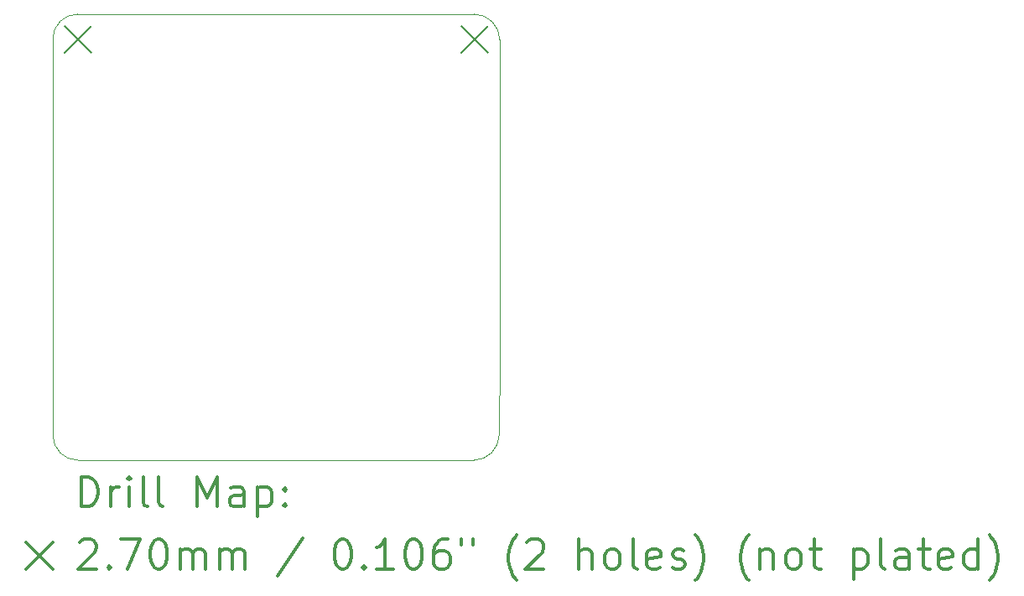
<source format=gbr>
%FSLAX45Y45*%
G04 Gerber Fmt 4.5, Leading zero omitted, Abs format (unit mm)*
G04 Created by KiCad (PCBNEW (5.1.8)-1) date 2022-05-07 10:28:56*
%MOMM*%
%LPD*%
G01*
G04 APERTURE LIST*
%TA.AperFunction,Profile*%
%ADD10C,0.050000*%
%TD*%
%ADD11C,0.200000*%
%ADD12C,0.300000*%
G04 APERTURE END LIST*
D10*
X17100296Y-10985500D02*
X17095216Y-11391900D01*
X17100296Y-7785100D02*
X17100804Y-8191500D01*
X17100804Y-8191500D02*
X17100296Y-10985500D01*
X17095216Y-11583416D02*
X17095216Y-11391900D01*
X17100296Y-7595616D02*
X17100296Y-7785100D01*
X12843256Y-11842496D02*
G75*
G02*
X12589256Y-11588496I0J254000D01*
G01*
X17095216Y-11583416D02*
G75*
G02*
X16836136Y-11842496I-259080J0D01*
G01*
X16841216Y-7336536D02*
G75*
G02*
X17100296Y-7595616I0J-259080D01*
G01*
X12589256Y-7585456D02*
G75*
G02*
X12838176Y-7336536I248920J0D01*
G01*
X12843256Y-11842496D02*
X16836136Y-11842496D01*
X12589256Y-7585456D02*
X12589256Y-11588496D01*
X16841216Y-7336536D02*
X12838176Y-7336536D01*
D11*
X16711296Y-7455536D02*
X16981296Y-7725536D01*
X16981296Y-7455536D02*
X16711296Y-7725536D01*
X12708256Y-7455536D02*
X12978256Y-7725536D01*
X12978256Y-7455536D02*
X12708256Y-7725536D01*
D12*
X12873184Y-12310710D02*
X12873184Y-12010710D01*
X12944613Y-12010710D01*
X12987470Y-12024996D01*
X13016042Y-12053567D01*
X13030327Y-12082139D01*
X13044613Y-12139282D01*
X13044613Y-12182139D01*
X13030327Y-12239282D01*
X13016042Y-12267853D01*
X12987470Y-12296425D01*
X12944613Y-12310710D01*
X12873184Y-12310710D01*
X13173184Y-12310710D02*
X13173184Y-12110710D01*
X13173184Y-12167853D02*
X13187470Y-12139282D01*
X13201756Y-12124996D01*
X13230327Y-12110710D01*
X13258899Y-12110710D01*
X13358899Y-12310710D02*
X13358899Y-12110710D01*
X13358899Y-12010710D02*
X13344613Y-12024996D01*
X13358899Y-12039282D01*
X13373184Y-12024996D01*
X13358899Y-12010710D01*
X13358899Y-12039282D01*
X13544613Y-12310710D02*
X13516042Y-12296425D01*
X13501756Y-12267853D01*
X13501756Y-12010710D01*
X13701756Y-12310710D02*
X13673184Y-12296425D01*
X13658899Y-12267853D01*
X13658899Y-12010710D01*
X14044613Y-12310710D02*
X14044613Y-12010710D01*
X14144613Y-12224996D01*
X14244613Y-12010710D01*
X14244613Y-12310710D01*
X14516042Y-12310710D02*
X14516042Y-12153567D01*
X14501756Y-12124996D01*
X14473184Y-12110710D01*
X14416042Y-12110710D01*
X14387470Y-12124996D01*
X14516042Y-12296425D02*
X14487470Y-12310710D01*
X14416042Y-12310710D01*
X14387470Y-12296425D01*
X14373184Y-12267853D01*
X14373184Y-12239282D01*
X14387470Y-12210710D01*
X14416042Y-12196425D01*
X14487470Y-12196425D01*
X14516042Y-12182139D01*
X14658899Y-12110710D02*
X14658899Y-12410710D01*
X14658899Y-12124996D02*
X14687470Y-12110710D01*
X14744613Y-12110710D01*
X14773184Y-12124996D01*
X14787470Y-12139282D01*
X14801756Y-12167853D01*
X14801756Y-12253567D01*
X14787470Y-12282139D01*
X14773184Y-12296425D01*
X14744613Y-12310710D01*
X14687470Y-12310710D01*
X14658899Y-12296425D01*
X14930327Y-12282139D02*
X14944613Y-12296425D01*
X14930327Y-12310710D01*
X14916042Y-12296425D01*
X14930327Y-12282139D01*
X14930327Y-12310710D01*
X14930327Y-12124996D02*
X14944613Y-12139282D01*
X14930327Y-12153567D01*
X14916042Y-12139282D01*
X14930327Y-12124996D01*
X14930327Y-12153567D01*
X12316756Y-12669996D02*
X12586756Y-12939996D01*
X12586756Y-12669996D02*
X12316756Y-12939996D01*
X12858899Y-12669282D02*
X12873184Y-12654996D01*
X12901756Y-12640710D01*
X12973184Y-12640710D01*
X13001756Y-12654996D01*
X13016042Y-12669282D01*
X13030327Y-12697853D01*
X13030327Y-12726425D01*
X13016042Y-12769282D01*
X12844613Y-12940710D01*
X13030327Y-12940710D01*
X13158899Y-12912139D02*
X13173184Y-12926425D01*
X13158899Y-12940710D01*
X13144613Y-12926425D01*
X13158899Y-12912139D01*
X13158899Y-12940710D01*
X13273184Y-12640710D02*
X13473184Y-12640710D01*
X13344613Y-12940710D01*
X13644613Y-12640710D02*
X13673184Y-12640710D01*
X13701756Y-12654996D01*
X13716042Y-12669282D01*
X13730327Y-12697853D01*
X13744613Y-12754996D01*
X13744613Y-12826425D01*
X13730327Y-12883567D01*
X13716042Y-12912139D01*
X13701756Y-12926425D01*
X13673184Y-12940710D01*
X13644613Y-12940710D01*
X13616042Y-12926425D01*
X13601756Y-12912139D01*
X13587470Y-12883567D01*
X13573184Y-12826425D01*
X13573184Y-12754996D01*
X13587470Y-12697853D01*
X13601756Y-12669282D01*
X13616042Y-12654996D01*
X13644613Y-12640710D01*
X13873184Y-12940710D02*
X13873184Y-12740710D01*
X13873184Y-12769282D02*
X13887470Y-12754996D01*
X13916042Y-12740710D01*
X13958899Y-12740710D01*
X13987470Y-12754996D01*
X14001756Y-12783567D01*
X14001756Y-12940710D01*
X14001756Y-12783567D02*
X14016042Y-12754996D01*
X14044613Y-12740710D01*
X14087470Y-12740710D01*
X14116042Y-12754996D01*
X14130327Y-12783567D01*
X14130327Y-12940710D01*
X14273184Y-12940710D02*
X14273184Y-12740710D01*
X14273184Y-12769282D02*
X14287470Y-12754996D01*
X14316042Y-12740710D01*
X14358899Y-12740710D01*
X14387470Y-12754996D01*
X14401756Y-12783567D01*
X14401756Y-12940710D01*
X14401756Y-12783567D02*
X14416042Y-12754996D01*
X14444613Y-12740710D01*
X14487470Y-12740710D01*
X14516042Y-12754996D01*
X14530327Y-12783567D01*
X14530327Y-12940710D01*
X15116042Y-12626425D02*
X14858899Y-13012139D01*
X15501756Y-12640710D02*
X15530327Y-12640710D01*
X15558899Y-12654996D01*
X15573184Y-12669282D01*
X15587470Y-12697853D01*
X15601756Y-12754996D01*
X15601756Y-12826425D01*
X15587470Y-12883567D01*
X15573184Y-12912139D01*
X15558899Y-12926425D01*
X15530327Y-12940710D01*
X15501756Y-12940710D01*
X15473184Y-12926425D01*
X15458899Y-12912139D01*
X15444613Y-12883567D01*
X15430327Y-12826425D01*
X15430327Y-12754996D01*
X15444613Y-12697853D01*
X15458899Y-12669282D01*
X15473184Y-12654996D01*
X15501756Y-12640710D01*
X15730327Y-12912139D02*
X15744613Y-12926425D01*
X15730327Y-12940710D01*
X15716042Y-12926425D01*
X15730327Y-12912139D01*
X15730327Y-12940710D01*
X16030327Y-12940710D02*
X15858899Y-12940710D01*
X15944613Y-12940710D02*
X15944613Y-12640710D01*
X15916042Y-12683567D01*
X15887470Y-12712139D01*
X15858899Y-12726425D01*
X16216042Y-12640710D02*
X16244613Y-12640710D01*
X16273184Y-12654996D01*
X16287470Y-12669282D01*
X16301756Y-12697853D01*
X16316042Y-12754996D01*
X16316042Y-12826425D01*
X16301756Y-12883567D01*
X16287470Y-12912139D01*
X16273184Y-12926425D01*
X16244613Y-12940710D01*
X16216042Y-12940710D01*
X16187470Y-12926425D01*
X16173184Y-12912139D01*
X16158899Y-12883567D01*
X16144613Y-12826425D01*
X16144613Y-12754996D01*
X16158899Y-12697853D01*
X16173184Y-12669282D01*
X16187470Y-12654996D01*
X16216042Y-12640710D01*
X16573184Y-12640710D02*
X16516042Y-12640710D01*
X16487470Y-12654996D01*
X16473184Y-12669282D01*
X16444613Y-12712139D01*
X16430327Y-12769282D01*
X16430327Y-12883567D01*
X16444613Y-12912139D01*
X16458899Y-12926425D01*
X16487470Y-12940710D01*
X16544613Y-12940710D01*
X16573184Y-12926425D01*
X16587470Y-12912139D01*
X16601756Y-12883567D01*
X16601756Y-12812139D01*
X16587470Y-12783567D01*
X16573184Y-12769282D01*
X16544613Y-12754996D01*
X16487470Y-12754996D01*
X16458899Y-12769282D01*
X16444613Y-12783567D01*
X16430327Y-12812139D01*
X16716042Y-12640710D02*
X16716042Y-12697853D01*
X16830327Y-12640710D02*
X16830327Y-12697853D01*
X17273184Y-13054996D02*
X17258899Y-13040710D01*
X17230327Y-12997853D01*
X17216042Y-12969282D01*
X17201756Y-12926425D01*
X17187470Y-12854996D01*
X17187470Y-12797853D01*
X17201756Y-12726425D01*
X17216042Y-12683567D01*
X17230327Y-12654996D01*
X17258899Y-12612139D01*
X17273184Y-12597853D01*
X17373184Y-12669282D02*
X17387470Y-12654996D01*
X17416042Y-12640710D01*
X17487470Y-12640710D01*
X17516042Y-12654996D01*
X17530327Y-12669282D01*
X17544613Y-12697853D01*
X17544613Y-12726425D01*
X17530327Y-12769282D01*
X17358899Y-12940710D01*
X17544613Y-12940710D01*
X17901756Y-12940710D02*
X17901756Y-12640710D01*
X18030327Y-12940710D02*
X18030327Y-12783567D01*
X18016042Y-12754996D01*
X17987470Y-12740710D01*
X17944613Y-12740710D01*
X17916042Y-12754996D01*
X17901756Y-12769282D01*
X18216042Y-12940710D02*
X18187470Y-12926425D01*
X18173184Y-12912139D01*
X18158899Y-12883567D01*
X18158899Y-12797853D01*
X18173184Y-12769282D01*
X18187470Y-12754996D01*
X18216042Y-12740710D01*
X18258899Y-12740710D01*
X18287470Y-12754996D01*
X18301756Y-12769282D01*
X18316042Y-12797853D01*
X18316042Y-12883567D01*
X18301756Y-12912139D01*
X18287470Y-12926425D01*
X18258899Y-12940710D01*
X18216042Y-12940710D01*
X18487470Y-12940710D02*
X18458899Y-12926425D01*
X18444613Y-12897853D01*
X18444613Y-12640710D01*
X18716042Y-12926425D02*
X18687470Y-12940710D01*
X18630327Y-12940710D01*
X18601756Y-12926425D01*
X18587470Y-12897853D01*
X18587470Y-12783567D01*
X18601756Y-12754996D01*
X18630327Y-12740710D01*
X18687470Y-12740710D01*
X18716042Y-12754996D01*
X18730327Y-12783567D01*
X18730327Y-12812139D01*
X18587470Y-12840710D01*
X18844613Y-12926425D02*
X18873184Y-12940710D01*
X18930327Y-12940710D01*
X18958899Y-12926425D01*
X18973184Y-12897853D01*
X18973184Y-12883567D01*
X18958899Y-12854996D01*
X18930327Y-12840710D01*
X18887470Y-12840710D01*
X18858899Y-12826425D01*
X18844613Y-12797853D01*
X18844613Y-12783567D01*
X18858899Y-12754996D01*
X18887470Y-12740710D01*
X18930327Y-12740710D01*
X18958899Y-12754996D01*
X19073184Y-13054996D02*
X19087470Y-13040710D01*
X19116042Y-12997853D01*
X19130327Y-12969282D01*
X19144613Y-12926425D01*
X19158899Y-12854996D01*
X19158899Y-12797853D01*
X19144613Y-12726425D01*
X19130327Y-12683567D01*
X19116042Y-12654996D01*
X19087470Y-12612139D01*
X19073184Y-12597853D01*
X19616042Y-13054996D02*
X19601756Y-13040710D01*
X19573184Y-12997853D01*
X19558899Y-12969282D01*
X19544613Y-12926425D01*
X19530327Y-12854996D01*
X19530327Y-12797853D01*
X19544613Y-12726425D01*
X19558899Y-12683567D01*
X19573184Y-12654996D01*
X19601756Y-12612139D01*
X19616042Y-12597853D01*
X19730327Y-12740710D02*
X19730327Y-12940710D01*
X19730327Y-12769282D02*
X19744613Y-12754996D01*
X19773184Y-12740710D01*
X19816042Y-12740710D01*
X19844613Y-12754996D01*
X19858899Y-12783567D01*
X19858899Y-12940710D01*
X20044613Y-12940710D02*
X20016042Y-12926425D01*
X20001756Y-12912139D01*
X19987470Y-12883567D01*
X19987470Y-12797853D01*
X20001756Y-12769282D01*
X20016042Y-12754996D01*
X20044613Y-12740710D01*
X20087470Y-12740710D01*
X20116042Y-12754996D01*
X20130327Y-12769282D01*
X20144613Y-12797853D01*
X20144613Y-12883567D01*
X20130327Y-12912139D01*
X20116042Y-12926425D01*
X20087470Y-12940710D01*
X20044613Y-12940710D01*
X20230327Y-12740710D02*
X20344613Y-12740710D01*
X20273184Y-12640710D02*
X20273184Y-12897853D01*
X20287470Y-12926425D01*
X20316042Y-12940710D01*
X20344613Y-12940710D01*
X20673184Y-12740710D02*
X20673184Y-13040710D01*
X20673184Y-12754996D02*
X20701756Y-12740710D01*
X20758899Y-12740710D01*
X20787470Y-12754996D01*
X20801756Y-12769282D01*
X20816042Y-12797853D01*
X20816042Y-12883567D01*
X20801756Y-12912139D01*
X20787470Y-12926425D01*
X20758899Y-12940710D01*
X20701756Y-12940710D01*
X20673184Y-12926425D01*
X20987470Y-12940710D02*
X20958899Y-12926425D01*
X20944613Y-12897853D01*
X20944613Y-12640710D01*
X21230327Y-12940710D02*
X21230327Y-12783567D01*
X21216042Y-12754996D01*
X21187470Y-12740710D01*
X21130327Y-12740710D01*
X21101756Y-12754996D01*
X21230327Y-12926425D02*
X21201756Y-12940710D01*
X21130327Y-12940710D01*
X21101756Y-12926425D01*
X21087470Y-12897853D01*
X21087470Y-12869282D01*
X21101756Y-12840710D01*
X21130327Y-12826425D01*
X21201756Y-12826425D01*
X21230327Y-12812139D01*
X21330327Y-12740710D02*
X21444613Y-12740710D01*
X21373184Y-12640710D02*
X21373184Y-12897853D01*
X21387470Y-12926425D01*
X21416042Y-12940710D01*
X21444613Y-12940710D01*
X21658899Y-12926425D02*
X21630327Y-12940710D01*
X21573184Y-12940710D01*
X21544613Y-12926425D01*
X21530327Y-12897853D01*
X21530327Y-12783567D01*
X21544613Y-12754996D01*
X21573184Y-12740710D01*
X21630327Y-12740710D01*
X21658899Y-12754996D01*
X21673184Y-12783567D01*
X21673184Y-12812139D01*
X21530327Y-12840710D01*
X21930327Y-12940710D02*
X21930327Y-12640710D01*
X21930327Y-12926425D02*
X21901756Y-12940710D01*
X21844613Y-12940710D01*
X21816042Y-12926425D01*
X21801756Y-12912139D01*
X21787470Y-12883567D01*
X21787470Y-12797853D01*
X21801756Y-12769282D01*
X21816042Y-12754996D01*
X21844613Y-12740710D01*
X21901756Y-12740710D01*
X21930327Y-12754996D01*
X22044613Y-13054996D02*
X22058899Y-13040710D01*
X22087470Y-12997853D01*
X22101756Y-12969282D01*
X22116042Y-12926425D01*
X22130327Y-12854996D01*
X22130327Y-12797853D01*
X22116042Y-12726425D01*
X22101756Y-12683567D01*
X22087470Y-12654996D01*
X22058899Y-12612139D01*
X22044613Y-12597853D01*
M02*

</source>
